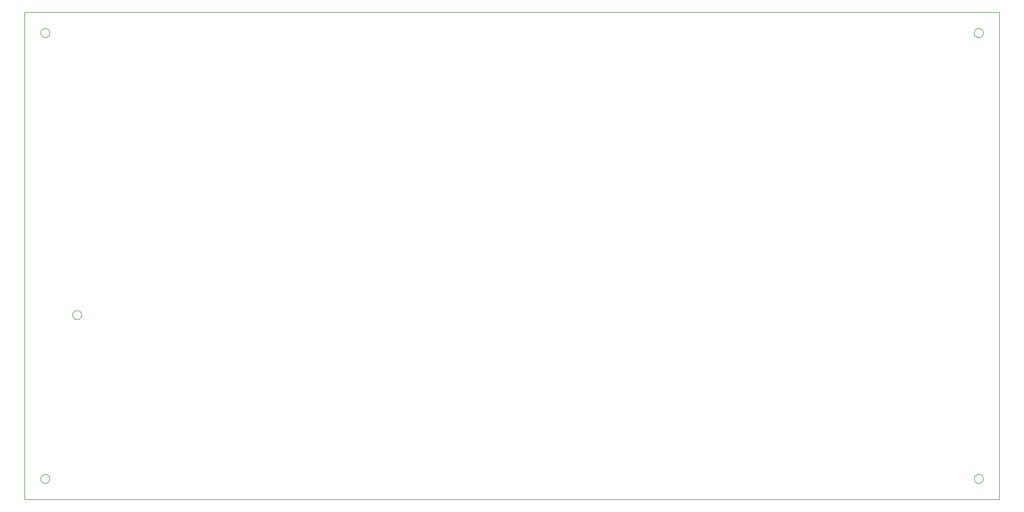
<source format=gm1>
G04 #@! TF.GenerationSoftware,KiCad,Pcbnew,7.0.5*
G04 #@! TF.CreationDate,2023-08-08T11:46:24-04:00*
G04 #@! TF.ProjectId,selftest_bd,73656c66-7465-4737-945f-62642e6b6963,1.0*
G04 #@! TF.SameCoordinates,Original*
G04 #@! TF.FileFunction,Profile,NP*
%FSLAX46Y46*%
G04 Gerber Fmt 4.6, Leading zero omitted, Abs format (unit mm)*
G04 Created by KiCad (PCBNEW 7.0.5) date 2023-08-08 11:46:24*
%MOMM*%
%LPD*%
G01*
G04 APERTURE LIST*
G04 #@! TA.AperFunction,Profile*
%ADD10C,0.160000*%
G04 #@! TD*
G04 APERTURE END LIST*
D10*
X81410000Y-140655000D02*
G75*
G03*
X81410000Y-140655000I-1400000J0D01*
G01*
X71580000Y-191080000D02*
G75*
G03*
X71580000Y-191080000I-1400000J0D01*
G01*
X358880000Y-191080000D02*
G75*
G03*
X358880000Y-191080000I-1400000J0D01*
G01*
X71580000Y-53780000D02*
G75*
G03*
X71580000Y-53780000I-1400000J0D01*
G01*
X358880000Y-53780000D02*
G75*
G03*
X358880000Y-53780000I-1400000J0D01*
G01*
X63830000Y-47430000D02*
X363830000Y-47430000D01*
X363830000Y-197430000D01*
X63830000Y-197430000D01*
X63830000Y-47430000D01*
M02*

</source>
